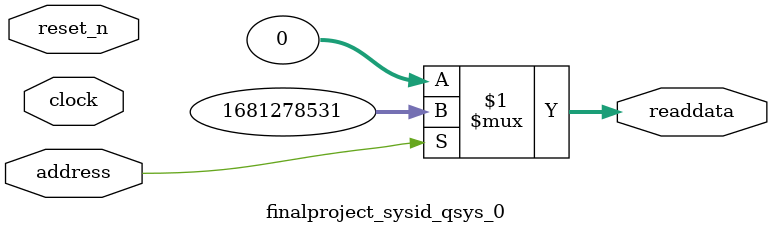
<source format=v>



// synthesis translate_off
`timescale 1ns / 1ps
// synthesis translate_on

// turn off superfluous verilog processor warnings 
// altera message_level Level1 
// altera message_off 10034 10035 10036 10037 10230 10240 10030 

module finalproject_sysid_qsys_0 (
               // inputs:
                address,
                clock,
                reset_n,

               // outputs:
                readdata
             )
;

  output  [ 31: 0] readdata;
  input            address;
  input            clock;
  input            reset_n;

  wire    [ 31: 0] readdata;
  //control_slave, which is an e_avalon_slave
  assign readdata = address ? 1681278531 : 0;

endmodule



</source>
